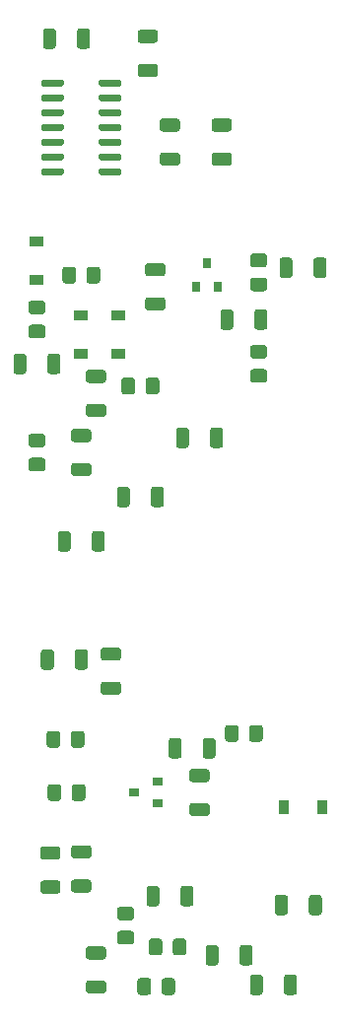
<source format=gbr>
%TF.GenerationSoftware,KiCad,Pcbnew,(5.1.9-0-10_14)*%
%TF.CreationDate,2021-04-20T22:51:25+02:00*%
%TF.ProjectId,tribus,74726962-7573-42e6-9b69-6361645f7063,rev?*%
%TF.SameCoordinates,Original*%
%TF.FileFunction,Paste,Top*%
%TF.FilePolarity,Positive*%
%FSLAX46Y46*%
G04 Gerber Fmt 4.6, Leading zero omitted, Abs format (unit mm)*
G04 Created by KiCad (PCBNEW (5.1.9-0-10_14)) date 2021-04-20 22:51:25*
%MOMM*%
%LPD*%
G01*
G04 APERTURE LIST*
%ADD10R,1.200000X0.900000*%
%ADD11R,0.900000X1.200000*%
%ADD12R,0.800000X0.900000*%
%ADD13R,0.900000X0.800000*%
G04 APERTURE END LIST*
%TO.C,C13*%
G36*
G01*
X3015000Y-39725000D02*
X2065000Y-39725000D01*
G75*
G02*
X1815000Y-39475000I0J250000D01*
G01*
X1815000Y-38800000D01*
G75*
G02*
X2065000Y-38550000I250000J0D01*
G01*
X3015000Y-38550000D01*
G75*
G02*
X3265000Y-38800000I0J-250000D01*
G01*
X3265000Y-39475000D01*
G75*
G02*
X3015000Y-39725000I-250000J0D01*
G01*
G37*
G36*
G01*
X3015000Y-37650000D02*
X2065000Y-37650000D01*
G75*
G02*
X1815000Y-37400000I0J250000D01*
G01*
X1815000Y-36725000D01*
G75*
G02*
X2065000Y-36475000I250000J0D01*
G01*
X3015000Y-36475000D01*
G75*
G02*
X3265000Y-36725000I0J-250000D01*
G01*
X3265000Y-37400000D01*
G75*
G02*
X3015000Y-37650000I-250000J0D01*
G01*
G37*
%TD*%
%TO.C,C17*%
G36*
G01*
X6800000Y-34765000D02*
X6800000Y-33815000D01*
G75*
G02*
X7050000Y-33565000I250000J0D01*
G01*
X7725000Y-33565000D01*
G75*
G02*
X7975000Y-33815000I0J-250000D01*
G01*
X7975000Y-34765000D01*
G75*
G02*
X7725000Y-35015000I-250000J0D01*
G01*
X7050000Y-35015000D01*
G75*
G02*
X6800000Y-34765000I0J250000D01*
G01*
G37*
G36*
G01*
X4725000Y-34765000D02*
X4725000Y-33815000D01*
G75*
G02*
X4975000Y-33565000I250000J0D01*
G01*
X5650000Y-33565000D01*
G75*
G02*
X5900000Y-33815000I0J-250000D01*
G01*
X5900000Y-34765000D01*
G75*
G02*
X5650000Y-35015000I-250000J0D01*
G01*
X4975000Y-35015000D01*
G75*
G02*
X4725000Y-34765000I0J250000D01*
G01*
G37*
%TD*%
%TO.C,C18*%
G36*
G01*
X13055000Y-43340000D02*
X13055000Y-44290000D01*
G75*
G02*
X12805000Y-44540000I-250000J0D01*
G01*
X12130000Y-44540000D01*
G75*
G02*
X11880000Y-44290000I0J250000D01*
G01*
X11880000Y-43340000D01*
G75*
G02*
X12130000Y-43090000I250000J0D01*
G01*
X12805000Y-43090000D01*
G75*
G02*
X13055000Y-43340000I0J-250000D01*
G01*
G37*
G36*
G01*
X10980000Y-43340000D02*
X10980000Y-44290000D01*
G75*
G02*
X10730000Y-44540000I-250000J0D01*
G01*
X10055000Y-44540000D01*
G75*
G02*
X9805000Y-44290000I0J250000D01*
G01*
X9805000Y-43340000D01*
G75*
G02*
X10055000Y-43090000I250000J0D01*
G01*
X10730000Y-43090000D01*
G75*
G02*
X10980000Y-43340000I0J-250000D01*
G01*
G37*
%TD*%
%TO.C,C19*%
G36*
G01*
X22065000Y-35682500D02*
X21115000Y-35682500D01*
G75*
G02*
X20865000Y-35432500I0J250000D01*
G01*
X20865000Y-34757500D01*
G75*
G02*
X21115000Y-34507500I250000J0D01*
G01*
X22065000Y-34507500D01*
G75*
G02*
X22315000Y-34757500I0J-250000D01*
G01*
X22315000Y-35432500D01*
G75*
G02*
X22065000Y-35682500I-250000J0D01*
G01*
G37*
G36*
G01*
X22065000Y-33607500D02*
X21115000Y-33607500D01*
G75*
G02*
X20865000Y-33357500I0J250000D01*
G01*
X20865000Y-32682500D01*
G75*
G02*
X21115000Y-32432500I250000J0D01*
G01*
X22065000Y-32432500D01*
G75*
G02*
X22315000Y-32682500I0J-250000D01*
G01*
X22315000Y-33357500D01*
G75*
G02*
X22065000Y-33607500I-250000J0D01*
G01*
G37*
%TD*%
%TO.C,C20*%
G36*
G01*
X22065000Y-41460000D02*
X21115000Y-41460000D01*
G75*
G02*
X20865000Y-41210000I0J250000D01*
G01*
X20865000Y-40535000D01*
G75*
G02*
X21115000Y-40285000I250000J0D01*
G01*
X22065000Y-40285000D01*
G75*
G02*
X22315000Y-40535000I0J-250000D01*
G01*
X22315000Y-41210000D01*
G75*
G02*
X22065000Y-41460000I-250000J0D01*
G01*
G37*
G36*
G01*
X22065000Y-43535000D02*
X21115000Y-43535000D01*
G75*
G02*
X20865000Y-43285000I0J250000D01*
G01*
X20865000Y-42610000D01*
G75*
G02*
X21115000Y-42360000I250000J0D01*
G01*
X22065000Y-42360000D01*
G75*
G02*
X22315000Y-42610000I0J-250000D01*
G01*
X22315000Y-43285000D01*
G75*
G02*
X22065000Y-43535000I-250000J0D01*
G01*
G37*
%TD*%
%TO.C,C22*%
G36*
G01*
X2065000Y-47905000D02*
X3015000Y-47905000D01*
G75*
G02*
X3265000Y-48155000I0J-250000D01*
G01*
X3265000Y-48830000D01*
G75*
G02*
X3015000Y-49080000I-250000J0D01*
G01*
X2065000Y-49080000D01*
G75*
G02*
X1815000Y-48830000I0J250000D01*
G01*
X1815000Y-48155000D01*
G75*
G02*
X2065000Y-47905000I250000J0D01*
G01*
G37*
G36*
G01*
X2065000Y-49980000D02*
X3015000Y-49980000D01*
G75*
G02*
X3265000Y-50230000I0J-250000D01*
G01*
X3265000Y-50905000D01*
G75*
G02*
X3015000Y-51155000I-250000J0D01*
G01*
X2065000Y-51155000D01*
G75*
G02*
X1815000Y-50905000I0J250000D01*
G01*
X1815000Y-50230000D01*
G75*
G02*
X2065000Y-49980000I250000J0D01*
G01*
G37*
%TD*%
%TO.C,C23*%
G36*
G01*
X20770000Y-74135000D02*
X20770000Y-73185000D01*
G75*
G02*
X21020000Y-72935000I250000J0D01*
G01*
X21695000Y-72935000D01*
G75*
G02*
X21945000Y-73185000I0J-250000D01*
G01*
X21945000Y-74135000D01*
G75*
G02*
X21695000Y-74385000I-250000J0D01*
G01*
X21020000Y-74385000D01*
G75*
G02*
X20770000Y-74135000I0J250000D01*
G01*
G37*
G36*
G01*
X18695000Y-74135000D02*
X18695000Y-73185000D01*
G75*
G02*
X18945000Y-72935000I250000J0D01*
G01*
X19620000Y-72935000D01*
G75*
G02*
X19870000Y-73185000I0J-250000D01*
G01*
X19870000Y-74135000D01*
G75*
G02*
X19620000Y-74385000I-250000J0D01*
G01*
X18945000Y-74385000D01*
G75*
G02*
X18695000Y-74135000I0J250000D01*
G01*
G37*
%TD*%
%TO.C,C25*%
G36*
G01*
X9685000Y-90620000D02*
X10635000Y-90620000D01*
G75*
G02*
X10885000Y-90870000I0J-250000D01*
G01*
X10885000Y-91545000D01*
G75*
G02*
X10635000Y-91795000I-250000J0D01*
G01*
X9685000Y-91795000D01*
G75*
G02*
X9435000Y-91545000I0J250000D01*
G01*
X9435000Y-90870000D01*
G75*
G02*
X9685000Y-90620000I250000J0D01*
G01*
G37*
G36*
G01*
X9685000Y-88545000D02*
X10635000Y-88545000D01*
G75*
G02*
X10885000Y-88795000I0J-250000D01*
G01*
X10885000Y-89470000D01*
G75*
G02*
X10635000Y-89720000I-250000J0D01*
G01*
X9685000Y-89720000D01*
G75*
G02*
X9435000Y-89470000I0J250000D01*
G01*
X9435000Y-88795000D01*
G75*
G02*
X9685000Y-88545000I250000J0D01*
G01*
G37*
%TD*%
%TO.C,C26*%
G36*
G01*
X14425000Y-94925000D02*
X14425000Y-95875000D01*
G75*
G02*
X14175000Y-96125000I-250000J0D01*
G01*
X13500000Y-96125000D01*
G75*
G02*
X13250000Y-95875000I0J250000D01*
G01*
X13250000Y-94925000D01*
G75*
G02*
X13500000Y-94675000I250000J0D01*
G01*
X14175000Y-94675000D01*
G75*
G02*
X14425000Y-94925000I0J-250000D01*
G01*
G37*
G36*
G01*
X12350000Y-94925000D02*
X12350000Y-95875000D01*
G75*
G02*
X12100000Y-96125000I-250000J0D01*
G01*
X11425000Y-96125000D01*
G75*
G02*
X11175000Y-95875000I0J250000D01*
G01*
X11175000Y-94925000D01*
G75*
G02*
X11425000Y-94675000I250000J0D01*
G01*
X12100000Y-94675000D01*
G75*
G02*
X12350000Y-94925000I0J-250000D01*
G01*
G37*
%TD*%
%TO.C,C28*%
G36*
G01*
X14212500Y-92475000D02*
X14212500Y-91525000D01*
G75*
G02*
X14462500Y-91275000I250000J0D01*
G01*
X15137500Y-91275000D01*
G75*
G02*
X15387500Y-91525000I0J-250000D01*
G01*
X15387500Y-92475000D01*
G75*
G02*
X15137500Y-92725000I-250000J0D01*
G01*
X14462500Y-92725000D01*
G75*
G02*
X14212500Y-92475000I0J250000D01*
G01*
G37*
G36*
G01*
X12137500Y-92475000D02*
X12137500Y-91525000D01*
G75*
G02*
X12387500Y-91275000I250000J0D01*
G01*
X13062500Y-91275000D01*
G75*
G02*
X13312500Y-91525000I0J-250000D01*
G01*
X13312500Y-92475000D01*
G75*
G02*
X13062500Y-92725000I-250000J0D01*
G01*
X12387500Y-92725000D01*
G75*
G02*
X12137500Y-92475000I0J250000D01*
G01*
G37*
%TD*%
%TO.C,C33*%
G36*
G01*
X5530000Y-79215000D02*
X5530000Y-78265000D01*
G75*
G02*
X5780000Y-78015000I250000J0D01*
G01*
X6455000Y-78015000D01*
G75*
G02*
X6705000Y-78265000I0J-250000D01*
G01*
X6705000Y-79215000D01*
G75*
G02*
X6455000Y-79465000I-250000J0D01*
G01*
X5780000Y-79465000D01*
G75*
G02*
X5530000Y-79215000I0J250000D01*
G01*
G37*
G36*
G01*
X3455000Y-79215000D02*
X3455000Y-78265000D01*
G75*
G02*
X3705000Y-78015000I250000J0D01*
G01*
X4380000Y-78015000D01*
G75*
G02*
X4630000Y-78265000I0J-250000D01*
G01*
X4630000Y-79215000D01*
G75*
G02*
X4380000Y-79465000I-250000J0D01*
G01*
X3705000Y-79465000D01*
G75*
G02*
X3455000Y-79215000I0J250000D01*
G01*
G37*
%TD*%
%TO.C,C37*%
G36*
G01*
X6625000Y-73685000D02*
X6625000Y-74635000D01*
G75*
G02*
X6375000Y-74885000I-250000J0D01*
G01*
X5700000Y-74885000D01*
G75*
G02*
X5450000Y-74635000I0J250000D01*
G01*
X5450000Y-73685000D01*
G75*
G02*
X5700000Y-73435000I250000J0D01*
G01*
X6375000Y-73435000D01*
G75*
G02*
X6625000Y-73685000I0J-250000D01*
G01*
G37*
G36*
G01*
X4550000Y-73685000D02*
X4550000Y-74635000D01*
G75*
G02*
X4300000Y-74885000I-250000J0D01*
G01*
X3625000Y-74885000D01*
G75*
G02*
X3375000Y-74635000I0J250000D01*
G01*
X3375000Y-73685000D01*
G75*
G02*
X3625000Y-73435000I250000J0D01*
G01*
X4300000Y-73435000D01*
G75*
G02*
X4550000Y-73685000I0J-250000D01*
G01*
G37*
%TD*%
D10*
%TO.C,D4*%
X6350000Y-41020000D03*
X6350000Y-37720000D03*
%TD*%
%TO.C,D5*%
X2540000Y-31370000D03*
X2540000Y-34670000D03*
%TD*%
%TO.C,D6*%
X9525000Y-37720000D03*
X9525000Y-41020000D03*
%TD*%
D11*
%TO.C,D9*%
X23750000Y-80010000D03*
X27050000Y-80010000D03*
%TD*%
D12*
%TO.C,Q3*%
X17145000Y-33290000D03*
X18095000Y-35290000D03*
X16195000Y-35290000D03*
%TD*%
D13*
%TO.C,Q4*%
X12900000Y-79690000D03*
X12900000Y-77790000D03*
X10900000Y-78740000D03*
%TD*%
%TO.C,U3*%
G36*
G01*
X9800000Y-25250000D02*
X9800000Y-25550000D01*
G75*
G02*
X9650000Y-25700000I-150000J0D01*
G01*
X8000000Y-25700000D01*
G75*
G02*
X7850000Y-25550000I0J150000D01*
G01*
X7850000Y-25250000D01*
G75*
G02*
X8000000Y-25100000I150000J0D01*
G01*
X9650000Y-25100000D01*
G75*
G02*
X9800000Y-25250000I0J-150000D01*
G01*
G37*
G36*
G01*
X9800000Y-23980000D02*
X9800000Y-24280000D01*
G75*
G02*
X9650000Y-24430000I-150000J0D01*
G01*
X8000000Y-24430000D01*
G75*
G02*
X7850000Y-24280000I0J150000D01*
G01*
X7850000Y-23980000D01*
G75*
G02*
X8000000Y-23830000I150000J0D01*
G01*
X9650000Y-23830000D01*
G75*
G02*
X9800000Y-23980000I0J-150000D01*
G01*
G37*
G36*
G01*
X9800000Y-22710000D02*
X9800000Y-23010000D01*
G75*
G02*
X9650000Y-23160000I-150000J0D01*
G01*
X8000000Y-23160000D01*
G75*
G02*
X7850000Y-23010000I0J150000D01*
G01*
X7850000Y-22710000D01*
G75*
G02*
X8000000Y-22560000I150000J0D01*
G01*
X9650000Y-22560000D01*
G75*
G02*
X9800000Y-22710000I0J-150000D01*
G01*
G37*
G36*
G01*
X9800000Y-21440000D02*
X9800000Y-21740000D01*
G75*
G02*
X9650000Y-21890000I-150000J0D01*
G01*
X8000000Y-21890000D01*
G75*
G02*
X7850000Y-21740000I0J150000D01*
G01*
X7850000Y-21440000D01*
G75*
G02*
X8000000Y-21290000I150000J0D01*
G01*
X9650000Y-21290000D01*
G75*
G02*
X9800000Y-21440000I0J-150000D01*
G01*
G37*
G36*
G01*
X9800000Y-20170000D02*
X9800000Y-20470000D01*
G75*
G02*
X9650000Y-20620000I-150000J0D01*
G01*
X8000000Y-20620000D01*
G75*
G02*
X7850000Y-20470000I0J150000D01*
G01*
X7850000Y-20170000D01*
G75*
G02*
X8000000Y-20020000I150000J0D01*
G01*
X9650000Y-20020000D01*
G75*
G02*
X9800000Y-20170000I0J-150000D01*
G01*
G37*
G36*
G01*
X9800000Y-18900000D02*
X9800000Y-19200000D01*
G75*
G02*
X9650000Y-19350000I-150000J0D01*
G01*
X8000000Y-19350000D01*
G75*
G02*
X7850000Y-19200000I0J150000D01*
G01*
X7850000Y-18900000D01*
G75*
G02*
X8000000Y-18750000I150000J0D01*
G01*
X9650000Y-18750000D01*
G75*
G02*
X9800000Y-18900000I0J-150000D01*
G01*
G37*
G36*
G01*
X9800000Y-17630000D02*
X9800000Y-17930000D01*
G75*
G02*
X9650000Y-18080000I-150000J0D01*
G01*
X8000000Y-18080000D01*
G75*
G02*
X7850000Y-17930000I0J150000D01*
G01*
X7850000Y-17630000D01*
G75*
G02*
X8000000Y-17480000I150000J0D01*
G01*
X9650000Y-17480000D01*
G75*
G02*
X9800000Y-17630000I0J-150000D01*
G01*
G37*
G36*
G01*
X4850000Y-17630000D02*
X4850000Y-17930000D01*
G75*
G02*
X4700000Y-18080000I-150000J0D01*
G01*
X3050000Y-18080000D01*
G75*
G02*
X2900000Y-17930000I0J150000D01*
G01*
X2900000Y-17630000D01*
G75*
G02*
X3050000Y-17480000I150000J0D01*
G01*
X4700000Y-17480000D01*
G75*
G02*
X4850000Y-17630000I0J-150000D01*
G01*
G37*
G36*
G01*
X4850000Y-18900000D02*
X4850000Y-19200000D01*
G75*
G02*
X4700000Y-19350000I-150000J0D01*
G01*
X3050000Y-19350000D01*
G75*
G02*
X2900000Y-19200000I0J150000D01*
G01*
X2900000Y-18900000D01*
G75*
G02*
X3050000Y-18750000I150000J0D01*
G01*
X4700000Y-18750000D01*
G75*
G02*
X4850000Y-18900000I0J-150000D01*
G01*
G37*
G36*
G01*
X4850000Y-20170000D02*
X4850000Y-20470000D01*
G75*
G02*
X4700000Y-20620000I-150000J0D01*
G01*
X3050000Y-20620000D01*
G75*
G02*
X2900000Y-20470000I0J150000D01*
G01*
X2900000Y-20170000D01*
G75*
G02*
X3050000Y-20020000I150000J0D01*
G01*
X4700000Y-20020000D01*
G75*
G02*
X4850000Y-20170000I0J-150000D01*
G01*
G37*
G36*
G01*
X4850000Y-21440000D02*
X4850000Y-21740000D01*
G75*
G02*
X4700000Y-21890000I-150000J0D01*
G01*
X3050000Y-21890000D01*
G75*
G02*
X2900000Y-21740000I0J150000D01*
G01*
X2900000Y-21440000D01*
G75*
G02*
X3050000Y-21290000I150000J0D01*
G01*
X4700000Y-21290000D01*
G75*
G02*
X4850000Y-21440000I0J-150000D01*
G01*
G37*
G36*
G01*
X4850000Y-22710000D02*
X4850000Y-23010000D01*
G75*
G02*
X4700000Y-23160000I-150000J0D01*
G01*
X3050000Y-23160000D01*
G75*
G02*
X2900000Y-23010000I0J150000D01*
G01*
X2900000Y-22710000D01*
G75*
G02*
X3050000Y-22560000I150000J0D01*
G01*
X4700000Y-22560000D01*
G75*
G02*
X4850000Y-22710000I0J-150000D01*
G01*
G37*
G36*
G01*
X4850000Y-23980000D02*
X4850000Y-24280000D01*
G75*
G02*
X4700000Y-24430000I-150000J0D01*
G01*
X3050000Y-24430000D01*
G75*
G02*
X2900000Y-24280000I0J150000D01*
G01*
X2900000Y-23980000D01*
G75*
G02*
X3050000Y-23830000I150000J0D01*
G01*
X4700000Y-23830000D01*
G75*
G02*
X4850000Y-23980000I0J-150000D01*
G01*
G37*
G36*
G01*
X4850000Y-25250000D02*
X4850000Y-25550000D01*
G75*
G02*
X4700000Y-25700000I-150000J0D01*
G01*
X3050000Y-25700000D01*
G75*
G02*
X2900000Y-25550000I0J150000D01*
G01*
X2900000Y-25250000D01*
G75*
G02*
X3050000Y-25100000I150000J0D01*
G01*
X4700000Y-25100000D01*
G75*
G02*
X4850000Y-25250000I0J-150000D01*
G01*
G37*
%TD*%
%TO.C,R4*%
G36*
G01*
X13344997Y-23760000D02*
X14595003Y-23760000D01*
G75*
G02*
X14845000Y-24009997I0J-249997D01*
G01*
X14845000Y-24635003D01*
G75*
G02*
X14595003Y-24885000I-249997J0D01*
G01*
X13344997Y-24885000D01*
G75*
G02*
X13095000Y-24635003I0J249997D01*
G01*
X13095000Y-24009997D01*
G75*
G02*
X13344997Y-23760000I249997J0D01*
G01*
G37*
G36*
G01*
X13344997Y-20835000D02*
X14595003Y-20835000D01*
G75*
G02*
X14845000Y-21084997I0J-249997D01*
G01*
X14845000Y-21710003D01*
G75*
G02*
X14595003Y-21960000I-249997J0D01*
G01*
X13344997Y-21960000D01*
G75*
G02*
X13095000Y-21710003I0J249997D01*
G01*
X13095000Y-21084997D01*
G75*
G02*
X13344997Y-20835000I249997J0D01*
G01*
G37*
%TD*%
%TO.C,R6*%
G36*
G01*
X19040003Y-24885000D02*
X17789997Y-24885000D01*
G75*
G02*
X17540000Y-24635003I0J249997D01*
G01*
X17540000Y-24009997D01*
G75*
G02*
X17789997Y-23760000I249997J0D01*
G01*
X19040003Y-23760000D01*
G75*
G02*
X19290000Y-24009997I0J-249997D01*
G01*
X19290000Y-24635003D01*
G75*
G02*
X19040003Y-24885000I-249997J0D01*
G01*
G37*
G36*
G01*
X19040003Y-21960000D02*
X17789997Y-21960000D01*
G75*
G02*
X17540000Y-21710003I0J249997D01*
G01*
X17540000Y-21084997D01*
G75*
G02*
X17789997Y-20835000I249997J0D01*
G01*
X19040003Y-20835000D01*
G75*
G02*
X19290000Y-21084997I0J-249997D01*
G01*
X19290000Y-21710003D01*
G75*
G02*
X19040003Y-21960000I-249997J0D01*
G01*
G37*
%TD*%
%TO.C,R10*%
G36*
G01*
X1640000Y-41284997D02*
X1640000Y-42535003D01*
G75*
G02*
X1390003Y-42785000I-249997J0D01*
G01*
X764997Y-42785000D01*
G75*
G02*
X515000Y-42535003I0J249997D01*
G01*
X515000Y-41284997D01*
G75*
G02*
X764997Y-41035000I249997J0D01*
G01*
X1390003Y-41035000D01*
G75*
G02*
X1640000Y-41284997I0J-249997D01*
G01*
G37*
G36*
G01*
X4565000Y-41284997D02*
X4565000Y-42535003D01*
G75*
G02*
X4315003Y-42785000I-249997J0D01*
G01*
X3689997Y-42785000D01*
G75*
G02*
X3440000Y-42535003I0J249997D01*
G01*
X3440000Y-41284997D01*
G75*
G02*
X3689997Y-41035000I249997J0D01*
G01*
X4315003Y-41035000D01*
G75*
G02*
X4565000Y-41284997I0J-249997D01*
G01*
G37*
%TD*%
%TO.C,R12*%
G36*
G01*
X8245003Y-43550000D02*
X6994997Y-43550000D01*
G75*
G02*
X6745000Y-43300003I0J249997D01*
G01*
X6745000Y-42674997D01*
G75*
G02*
X6994997Y-42425000I249997J0D01*
G01*
X8245003Y-42425000D01*
G75*
G02*
X8495000Y-42674997I0J-249997D01*
G01*
X8495000Y-43300003D01*
G75*
G02*
X8245003Y-43550000I-249997J0D01*
G01*
G37*
G36*
G01*
X8245003Y-46475000D02*
X6994997Y-46475000D01*
G75*
G02*
X6745000Y-46225003I0J249997D01*
G01*
X6745000Y-45599997D01*
G75*
G02*
X6994997Y-45350000I249997J0D01*
G01*
X8245003Y-45350000D01*
G75*
G02*
X8495000Y-45599997I0J-249997D01*
G01*
X8495000Y-46225003D01*
G75*
G02*
X8245003Y-46475000I-249997J0D01*
G01*
G37*
%TD*%
%TO.C,R14*%
G36*
G01*
X12074997Y-36190000D02*
X13325003Y-36190000D01*
G75*
G02*
X13575000Y-36439997I0J-249997D01*
G01*
X13575000Y-37065003D01*
G75*
G02*
X13325003Y-37315000I-249997J0D01*
G01*
X12074997Y-37315000D01*
G75*
G02*
X11825000Y-37065003I0J249997D01*
G01*
X11825000Y-36439997D01*
G75*
G02*
X12074997Y-36190000I249997J0D01*
G01*
G37*
G36*
G01*
X12074997Y-33265000D02*
X13325003Y-33265000D01*
G75*
G02*
X13575000Y-33514997I0J-249997D01*
G01*
X13575000Y-34140003D01*
G75*
G02*
X13325003Y-34390000I-249997J0D01*
G01*
X12074997Y-34390000D01*
G75*
G02*
X11825000Y-34140003I0J249997D01*
G01*
X11825000Y-33514997D01*
G75*
G02*
X12074997Y-33265000I249997J0D01*
G01*
G37*
%TD*%
%TO.C,R18*%
G36*
G01*
X23375000Y-34280003D02*
X23375000Y-33029997D01*
G75*
G02*
X23624997Y-32780000I249997J0D01*
G01*
X24250003Y-32780000D01*
G75*
G02*
X24500000Y-33029997I0J-249997D01*
G01*
X24500000Y-34280003D01*
G75*
G02*
X24250003Y-34530000I-249997J0D01*
G01*
X23624997Y-34530000D01*
G75*
G02*
X23375000Y-34280003I0J249997D01*
G01*
G37*
G36*
G01*
X26300000Y-34280003D02*
X26300000Y-33029997D01*
G75*
G02*
X26549997Y-32780000I249997J0D01*
G01*
X27175003Y-32780000D01*
G75*
G02*
X27425000Y-33029997I0J-249997D01*
G01*
X27425000Y-34280003D01*
G75*
G02*
X27175003Y-34530000I-249997J0D01*
G01*
X26549997Y-34530000D01*
G75*
G02*
X26300000Y-34280003I0J249997D01*
G01*
G37*
%TD*%
%TO.C,R19*%
G36*
G01*
X21220000Y-38725003D02*
X21220000Y-37474997D01*
G75*
G02*
X21469997Y-37225000I249997J0D01*
G01*
X22095003Y-37225000D01*
G75*
G02*
X22345000Y-37474997I0J-249997D01*
G01*
X22345000Y-38725003D01*
G75*
G02*
X22095003Y-38975000I-249997J0D01*
G01*
X21469997Y-38975000D01*
G75*
G02*
X21220000Y-38725003I0J249997D01*
G01*
G37*
G36*
G01*
X18295000Y-38725003D02*
X18295000Y-37474997D01*
G75*
G02*
X18544997Y-37225000I249997J0D01*
G01*
X19170003Y-37225000D01*
G75*
G02*
X19420000Y-37474997I0J-249997D01*
G01*
X19420000Y-38725003D01*
G75*
G02*
X19170003Y-38975000I-249997J0D01*
G01*
X18544997Y-38975000D01*
G75*
G02*
X18295000Y-38725003I0J249997D01*
G01*
G37*
%TD*%
%TO.C,R21*%
G36*
G01*
X9405000Y-53965003D02*
X9405000Y-52714997D01*
G75*
G02*
X9654997Y-52465000I249997J0D01*
G01*
X10280003Y-52465000D01*
G75*
G02*
X10530000Y-52714997I0J-249997D01*
G01*
X10530000Y-53965003D01*
G75*
G02*
X10280003Y-54215000I-249997J0D01*
G01*
X9654997Y-54215000D01*
G75*
G02*
X9405000Y-53965003I0J249997D01*
G01*
G37*
G36*
G01*
X12330000Y-53965003D02*
X12330000Y-52714997D01*
G75*
G02*
X12579997Y-52465000I249997J0D01*
G01*
X13205003Y-52465000D01*
G75*
G02*
X13455000Y-52714997I0J-249997D01*
G01*
X13455000Y-53965003D01*
G75*
G02*
X13205003Y-54215000I-249997J0D01*
G01*
X12579997Y-54215000D01*
G75*
G02*
X12330000Y-53965003I0J249997D01*
G01*
G37*
%TD*%
%TO.C,R22*%
G36*
G01*
X4325000Y-57775003D02*
X4325000Y-56524997D01*
G75*
G02*
X4574997Y-56275000I249997J0D01*
G01*
X5200003Y-56275000D01*
G75*
G02*
X5450000Y-56524997I0J-249997D01*
G01*
X5450000Y-57775003D01*
G75*
G02*
X5200003Y-58025000I-249997J0D01*
G01*
X4574997Y-58025000D01*
G75*
G02*
X4325000Y-57775003I0J249997D01*
G01*
G37*
G36*
G01*
X7250000Y-57775003D02*
X7250000Y-56524997D01*
G75*
G02*
X7499997Y-56275000I249997J0D01*
G01*
X8125003Y-56275000D01*
G75*
G02*
X8375000Y-56524997I0J-249997D01*
G01*
X8375000Y-57775003D01*
G75*
G02*
X8125003Y-58025000I-249997J0D01*
G01*
X7499997Y-58025000D01*
G75*
G02*
X7250000Y-57775003I0J249997D01*
G01*
G37*
%TD*%
%TO.C,R23*%
G36*
G01*
X5724997Y-50430000D02*
X6975003Y-50430000D01*
G75*
G02*
X7225000Y-50679997I0J-249997D01*
G01*
X7225000Y-51305003D01*
G75*
G02*
X6975003Y-51555000I-249997J0D01*
G01*
X5724997Y-51555000D01*
G75*
G02*
X5475000Y-51305003I0J249997D01*
G01*
X5475000Y-50679997D01*
G75*
G02*
X5724997Y-50430000I249997J0D01*
G01*
G37*
G36*
G01*
X5724997Y-47505000D02*
X6975003Y-47505000D01*
G75*
G02*
X7225000Y-47754997I0J-249997D01*
G01*
X7225000Y-48380003D01*
G75*
G02*
X6975003Y-48630000I-249997J0D01*
G01*
X5724997Y-48630000D01*
G75*
G02*
X5475000Y-48380003I0J249997D01*
G01*
X5475000Y-47754997D01*
G75*
G02*
X5724997Y-47505000I249997J0D01*
G01*
G37*
%TD*%
%TO.C,R24*%
G36*
G01*
X18535000Y-47634997D02*
X18535000Y-48885003D01*
G75*
G02*
X18285003Y-49135000I-249997J0D01*
G01*
X17659997Y-49135000D01*
G75*
G02*
X17410000Y-48885003I0J249997D01*
G01*
X17410000Y-47634997D01*
G75*
G02*
X17659997Y-47385000I249997J0D01*
G01*
X18285003Y-47385000D01*
G75*
G02*
X18535000Y-47634997I0J-249997D01*
G01*
G37*
G36*
G01*
X15610000Y-47634997D02*
X15610000Y-48885003D01*
G75*
G02*
X15360003Y-49135000I-249997J0D01*
G01*
X14734997Y-49135000D01*
G75*
G02*
X14485000Y-48885003I0J249997D01*
G01*
X14485000Y-47634997D01*
G75*
G02*
X14734997Y-47385000I249997J0D01*
G01*
X15360003Y-47385000D01*
G75*
G02*
X15610000Y-47634997I0J-249997D01*
G01*
G37*
%TD*%
%TO.C,R25*%
G36*
G01*
X7105000Y-13344997D02*
X7105000Y-14595003D01*
G75*
G02*
X6855003Y-14845000I-249997J0D01*
G01*
X6229997Y-14845000D01*
G75*
G02*
X5980000Y-14595003I0J249997D01*
G01*
X5980000Y-13344997D01*
G75*
G02*
X6229997Y-13095000I249997J0D01*
G01*
X6855003Y-13095000D01*
G75*
G02*
X7105000Y-13344997I0J-249997D01*
G01*
G37*
G36*
G01*
X4180000Y-13344997D02*
X4180000Y-14595003D01*
G75*
G02*
X3930003Y-14845000I-249997J0D01*
G01*
X3304997Y-14845000D01*
G75*
G02*
X3055000Y-14595003I0J249997D01*
G01*
X3055000Y-13344997D01*
G75*
G02*
X3304997Y-13095000I249997J0D01*
G01*
X3930003Y-13095000D01*
G75*
G02*
X4180000Y-13344997I0J-249997D01*
G01*
G37*
%TD*%
%TO.C,R28*%
G36*
G01*
X12690003Y-17265000D02*
X11439997Y-17265000D01*
G75*
G02*
X11190000Y-17015003I0J249997D01*
G01*
X11190000Y-16389997D01*
G75*
G02*
X11439997Y-16140000I249997J0D01*
G01*
X12690003Y-16140000D01*
G75*
G02*
X12940000Y-16389997I0J-249997D01*
G01*
X12940000Y-17015003D01*
G75*
G02*
X12690003Y-17265000I-249997J0D01*
G01*
G37*
G36*
G01*
X12690003Y-14340000D02*
X11439997Y-14340000D01*
G75*
G02*
X11190000Y-14090003I0J249997D01*
G01*
X11190000Y-13464997D01*
G75*
G02*
X11439997Y-13215000I249997J0D01*
G01*
X12690003Y-13215000D01*
G75*
G02*
X12940000Y-13464997I0J-249997D01*
G01*
X12940000Y-14090003D01*
G75*
G02*
X12690003Y-14340000I-249997J0D01*
G01*
G37*
%TD*%
%TO.C,R31*%
G36*
G01*
X17135003Y-77840000D02*
X15884997Y-77840000D01*
G75*
G02*
X15635000Y-77590003I0J249997D01*
G01*
X15635000Y-76964997D01*
G75*
G02*
X15884997Y-76715000I249997J0D01*
G01*
X17135003Y-76715000D01*
G75*
G02*
X17385000Y-76964997I0J-249997D01*
G01*
X17385000Y-77590003D01*
G75*
G02*
X17135003Y-77840000I-249997J0D01*
G01*
G37*
G36*
G01*
X17135003Y-80765000D02*
X15884997Y-80765000D01*
G75*
G02*
X15635000Y-80515003I0J249997D01*
G01*
X15635000Y-79889997D01*
G75*
G02*
X15884997Y-79640000I249997J0D01*
G01*
X17135003Y-79640000D01*
G75*
G02*
X17385000Y-79889997I0J-249997D01*
G01*
X17385000Y-80515003D01*
G75*
G02*
X17135003Y-80765000I-249997J0D01*
G01*
G37*
%TD*%
%TO.C,R33*%
G36*
G01*
X18150000Y-92084997D02*
X18150000Y-93335003D01*
G75*
G02*
X17900003Y-93585000I-249997J0D01*
G01*
X17274997Y-93585000D01*
G75*
G02*
X17025000Y-93335003I0J249997D01*
G01*
X17025000Y-92084997D01*
G75*
G02*
X17274997Y-91835000I249997J0D01*
G01*
X17900003Y-91835000D01*
G75*
G02*
X18150000Y-92084997I0J-249997D01*
G01*
G37*
G36*
G01*
X21075000Y-92084997D02*
X21075000Y-93335003D01*
G75*
G02*
X20825003Y-93585000I-249997J0D01*
G01*
X20199997Y-93585000D01*
G75*
G02*
X19950000Y-93335003I0J249997D01*
G01*
X19950000Y-92084997D01*
G75*
G02*
X20199997Y-91835000I249997J0D01*
G01*
X20825003Y-91835000D01*
G75*
G02*
X21075000Y-92084997I0J-249997D01*
G01*
G37*
%TD*%
%TO.C,R34*%
G36*
G01*
X6994997Y-91955000D02*
X8245003Y-91955000D01*
G75*
G02*
X8495000Y-92204997I0J-249997D01*
G01*
X8495000Y-92830003D01*
G75*
G02*
X8245003Y-93080000I-249997J0D01*
G01*
X6994997Y-93080000D01*
G75*
G02*
X6745000Y-92830003I0J249997D01*
G01*
X6745000Y-92204997D01*
G75*
G02*
X6994997Y-91955000I249997J0D01*
G01*
G37*
G36*
G01*
X6994997Y-94880000D02*
X8245003Y-94880000D01*
G75*
G02*
X8495000Y-95129997I0J-249997D01*
G01*
X8495000Y-95755003D01*
G75*
G02*
X8245003Y-96005000I-249997J0D01*
G01*
X6994997Y-96005000D01*
G75*
G02*
X6745000Y-95755003I0J249997D01*
G01*
X6745000Y-95129997D01*
G75*
G02*
X6994997Y-94880000I249997J0D01*
G01*
G37*
%TD*%
%TO.C,R36*%
G36*
G01*
X21960000Y-94624997D02*
X21960000Y-95875003D01*
G75*
G02*
X21710003Y-96125000I-249997J0D01*
G01*
X21084997Y-96125000D01*
G75*
G02*
X20835000Y-95875003I0J249997D01*
G01*
X20835000Y-94624997D01*
G75*
G02*
X21084997Y-94375000I249997J0D01*
G01*
X21710003Y-94375000D01*
G75*
G02*
X21960000Y-94624997I0J-249997D01*
G01*
G37*
G36*
G01*
X24885000Y-94624997D02*
X24885000Y-95875003D01*
G75*
G02*
X24635003Y-96125000I-249997J0D01*
G01*
X24009997Y-96125000D01*
G75*
G02*
X23760000Y-95875003I0J249997D01*
G01*
X23760000Y-94624997D01*
G75*
G02*
X24009997Y-94375000I249997J0D01*
G01*
X24635003Y-94375000D01*
G75*
G02*
X24885000Y-94624997I0J-249997D01*
G01*
G37*
%TD*%
%TO.C,R40*%
G36*
G01*
X15995000Y-87004997D02*
X15995000Y-88255003D01*
G75*
G02*
X15745003Y-88505000I-249997J0D01*
G01*
X15119997Y-88505000D01*
G75*
G02*
X14870000Y-88255003I0J249997D01*
G01*
X14870000Y-87004997D01*
G75*
G02*
X15119997Y-86755000I249997J0D01*
G01*
X15745003Y-86755000D01*
G75*
G02*
X15995000Y-87004997I0J-249997D01*
G01*
G37*
G36*
G01*
X13070000Y-87004997D02*
X13070000Y-88255003D01*
G75*
G02*
X12820003Y-88505000I-249997J0D01*
G01*
X12194997Y-88505000D01*
G75*
G02*
X11945000Y-88255003I0J249997D01*
G01*
X11945000Y-87004997D01*
G75*
G02*
X12194997Y-86755000I249997J0D01*
G01*
X12820003Y-86755000D01*
G75*
G02*
X13070000Y-87004997I0J-249997D01*
G01*
G37*
%TD*%
%TO.C,R43*%
G36*
G01*
X22975000Y-89025003D02*
X22975000Y-87774997D01*
G75*
G02*
X23224997Y-87525000I249997J0D01*
G01*
X23850003Y-87525000D01*
G75*
G02*
X24100000Y-87774997I0J-249997D01*
G01*
X24100000Y-89025003D01*
G75*
G02*
X23850003Y-89275000I-249997J0D01*
G01*
X23224997Y-89275000D01*
G75*
G02*
X22975000Y-89025003I0J249997D01*
G01*
G37*
G36*
G01*
X25900000Y-89025003D02*
X25900000Y-87774997D01*
G75*
G02*
X26149997Y-87525000I249997J0D01*
G01*
X26775003Y-87525000D01*
G75*
G02*
X27025000Y-87774997I0J-249997D01*
G01*
X27025000Y-89025003D01*
G75*
G02*
X26775003Y-89275000I-249997J0D01*
G01*
X26149997Y-89275000D01*
G75*
G02*
X25900000Y-89025003I0J249997D01*
G01*
G37*
%TD*%
%TO.C,R44*%
G36*
G01*
X14975000Y-74304997D02*
X14975000Y-75555003D01*
G75*
G02*
X14725003Y-75805000I-249997J0D01*
G01*
X14099997Y-75805000D01*
G75*
G02*
X13850000Y-75555003I0J249997D01*
G01*
X13850000Y-74304997D01*
G75*
G02*
X14099997Y-74055000I249997J0D01*
G01*
X14725003Y-74055000D01*
G75*
G02*
X14975000Y-74304997I0J-249997D01*
G01*
G37*
G36*
G01*
X17900000Y-74304997D02*
X17900000Y-75555003D01*
G75*
G02*
X17650003Y-75805000I-249997J0D01*
G01*
X17024997Y-75805000D01*
G75*
G02*
X16775000Y-75555003I0J249997D01*
G01*
X16775000Y-74304997D01*
G75*
G02*
X17024997Y-74055000I249997J0D01*
G01*
X17650003Y-74055000D01*
G75*
G02*
X17900000Y-74304997I0J-249997D01*
G01*
G37*
%TD*%
%TO.C,R48*%
G36*
G01*
X6975003Y-84400000D02*
X5724997Y-84400000D01*
G75*
G02*
X5475000Y-84150003I0J249997D01*
G01*
X5475000Y-83524997D01*
G75*
G02*
X5724997Y-83275000I249997J0D01*
G01*
X6975003Y-83275000D01*
G75*
G02*
X7225000Y-83524997I0J-249997D01*
G01*
X7225000Y-84150003D01*
G75*
G02*
X6975003Y-84400000I-249997J0D01*
G01*
G37*
G36*
G01*
X6975003Y-87325000D02*
X5724997Y-87325000D01*
G75*
G02*
X5475000Y-87075003I0J249997D01*
G01*
X5475000Y-86449997D01*
G75*
G02*
X5724997Y-86200000I249997J0D01*
G01*
X6975003Y-86200000D01*
G75*
G02*
X7225000Y-86449997I0J-249997D01*
G01*
X7225000Y-87075003D01*
G75*
G02*
X6975003Y-87325000I-249997J0D01*
G01*
G37*
%TD*%
%TO.C,R51*%
G36*
G01*
X3074997Y-86300000D02*
X4325003Y-86300000D01*
G75*
G02*
X4575000Y-86549997I0J-249997D01*
G01*
X4575000Y-87175003D01*
G75*
G02*
X4325003Y-87425000I-249997J0D01*
G01*
X3074997Y-87425000D01*
G75*
G02*
X2825000Y-87175003I0J249997D01*
G01*
X2825000Y-86549997D01*
G75*
G02*
X3074997Y-86300000I249997J0D01*
G01*
G37*
G36*
G01*
X3074997Y-83375000D02*
X4325003Y-83375000D01*
G75*
G02*
X4575000Y-83624997I0J-249997D01*
G01*
X4575000Y-84250003D01*
G75*
G02*
X4325003Y-84500000I-249997J0D01*
G01*
X3074997Y-84500000D01*
G75*
G02*
X2825000Y-84250003I0J249997D01*
G01*
X2825000Y-83624997D01*
G75*
G02*
X3074997Y-83375000I249997J0D01*
G01*
G37*
%TD*%
%TO.C,R55*%
G36*
G01*
X6925000Y-66684997D02*
X6925000Y-67935003D01*
G75*
G02*
X6675003Y-68185000I-249997J0D01*
G01*
X6049997Y-68185000D01*
G75*
G02*
X5800000Y-67935003I0J249997D01*
G01*
X5800000Y-66684997D01*
G75*
G02*
X6049997Y-66435000I249997J0D01*
G01*
X6675003Y-66435000D01*
G75*
G02*
X6925000Y-66684997I0J-249997D01*
G01*
G37*
G36*
G01*
X4000000Y-66684997D02*
X4000000Y-67935003D01*
G75*
G02*
X3750003Y-68185000I-249997J0D01*
G01*
X3124997Y-68185000D01*
G75*
G02*
X2875000Y-67935003I0J249997D01*
G01*
X2875000Y-66684997D01*
G75*
G02*
X3124997Y-66435000I249997J0D01*
G01*
X3750003Y-66435000D01*
G75*
G02*
X4000000Y-66684997I0J-249997D01*
G01*
G37*
%TD*%
%TO.C,R58*%
G36*
G01*
X9515003Y-67410000D02*
X8264997Y-67410000D01*
G75*
G02*
X8015000Y-67160003I0J249997D01*
G01*
X8015000Y-66534997D01*
G75*
G02*
X8264997Y-66285000I249997J0D01*
G01*
X9515003Y-66285000D01*
G75*
G02*
X9765000Y-66534997I0J-249997D01*
G01*
X9765000Y-67160003D01*
G75*
G02*
X9515003Y-67410000I-249997J0D01*
G01*
G37*
G36*
G01*
X9515003Y-70335000D02*
X8264997Y-70335000D01*
G75*
G02*
X8015000Y-70085003I0J249997D01*
G01*
X8015000Y-69459997D01*
G75*
G02*
X8264997Y-69210000I249997J0D01*
G01*
X9515003Y-69210000D01*
G75*
G02*
X9765000Y-69459997I0J-249997D01*
G01*
X9765000Y-70085003D01*
G75*
G02*
X9515003Y-70335000I-249997J0D01*
G01*
G37*
%TD*%
M02*

</source>
